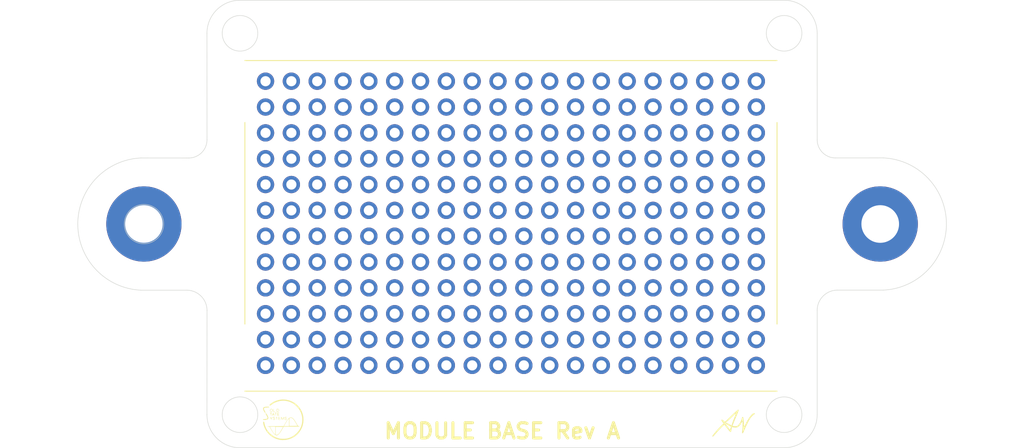
<source format=kicad_pcb>
(kicad_pcb (version 20241229) (generator "pcbnew") (generator_version "9.0")
  (layers (0 "F.Cu" signal) (2 "B.Cu" signal) (13 "F.Paste" user) (15 "B.Paste" user) (5 "F.SilkS" user "F.Silkscreen") (7 "B.SilkS" user "B.Silkscreen") (1 "F.Mask" user) (3 "B.Mask" user) (25 "Edge.Cuts" user))
  (net 0 "")
  (footprint "LOGO" (layer "F.Cu") (at 208 100.5)
    (property "Reference" "G***" (hide yes))
    (property "Value" "LOGO" (hide yes))
  )
  (footprint "MountingHole:MountingHole_3.7mm_Pad_TopBottom" (layer "F.Cu") (at 222.38 81.04)
    (property "Reference" "REF**" (hide yes))
    (property "Value" "MountingHole_3.7mm_Pad_TopBottom")
    (pad "1" thru_hole circle (at 0 0) (size 4.1 4.1) (drill 3.7) (layers "*.Cu" "*.Mask"))
    (pad "1" connect circle (at 0 0) (size 7.4 7.4) (layers "F.Cu" "F.Mask"))
    (pad "1" connect circle (at 0 0) (size 7.4 7.4) (layers "B.Cu" "B.Mask"))
  )
  (footprint "Library:PinHeader_2x20_P2.54mm_Vertical" (layer "F.Cu") (at 161.94 67)
    (property "Reference" "REF**" (hide yes))
    (property "Value" "PinHeader_2x20_P2.54mm_Vertical" (hide yes))
    (pad "1" thru_hole circle (at 0 27.94 90) (size 1.7 1.7) (drill 1) (layers "*.Cu" "*.Mask"))
    (pad "2" thru_hole circle (at 0 0 90) (size 1.7 1.7) (drill 1) (layers "*.Cu" "*.Mask"))
    (pad "2" thru_hole circle (at 0 2.54 90) (size 1.7 1.7) (drill 1) (layers "*.Cu" "*.Mask"))
    (pad "2" thru_hole circle (at 0 5.08 90) (size 1.7 1.7) (drill 1) (layers "*.Cu" "*.Mask"))
    (pad "2" thru_hole circle (at 0 7.62 90) (size 1.7 1.7) (drill 1) (layers "*.Cu" "*.Mask"))
    (pad "2" thru_hole circle (at 0 10.16 90) (size 1.7 1.7) (drill 1) (layers "*.Cu" "*.Mask"))
    (pad "2" thru_hole circle (at 0 12.7 90) (size 1.7 1.7) (drill 1) (layers "*.Cu" "*.Mask"))
    (pad "2" thru_hole circle (at 0 15.24 90) (size 1.7 1.7) (drill 1) (layers "*.Cu" "*.Mask"))
    (pad "2" thru_hole circle (at 0 17.78 90) (size 1.7 1.7) (drill 1) (layers "*.Cu" "*.Mask"))
    (pad "2" thru_hole circle (at 0 20.32 90) (size 1.7 1.7) (drill 1) (layers "*.Cu" "*.Mask"))
    (pad "2" thru_hole circle (at 0 22.86 90) (size 1.7 1.7) (drill 1) (layers "*.Cu" "*.Mask"))
    (pad "2" thru_hole circle (at 0 25.4 90) (size 1.7 1.7) (drill 1) (layers "*.Cu" "*.Mask"))
    (pad "3" thru_hole circle (at 2.54 27.94 90) (size 1.7 1.7) (drill 1) (layers "*.Cu" "*.Mask"))
    (pad "4" thru_hole circle (at 2.54 0 90) (size 1.7 1.7) (drill 1) (layers "*.Cu" "*.Mask"))
    (pad "4" thru_hole circle (at 2.54 2.54 90) (size 1.7 1.7) (drill 1) (layers "*.Cu" "*.Mask"))
    (pad "4" thru_hole circle (at 2.54 5.08 90) (size 1.7 1.7) (drill 1) (layers "*.Cu" "*.Mask"))
    (pad "4" thru_hole circle (at 2.54 7.62 90) (size 1.7 1.7) (drill 1) (layers "*.Cu" "*.Mask"))
    (pad "4" thru_hole circle (at 2.54 10.16 90) (size 1.7 1.7) (drill 1) (layers "*.Cu" "*.Mask"))
    (pad "4" thru_hole circle (at 2.54 12.7 90) (size 1.7 1.7) (drill 1) (layers "*.Cu" "*.Mask"))
    (pad "4" thru_hole circle (at 2.54 15.24 90) (size 1.7 1.7) (drill 1) (layers "*.Cu" "*.Mask"))
    (pad "4" thru_hole circle (at 2.54 17.78 90) (size 1.7 1.7) (drill 1) (layers "*.Cu" "*.Mask"))
    (pad "4" thru_hole circle (at 2.54 20.32 90) (size 1.7 1.7) (drill 1) (layers "*.Cu" "*.Mask"))
    (pad "4" thru_hole circle (at 2.54 22.86 90) (size 1.7 1.7) (drill 1) (layers "*.Cu" "*.Mask"))
    (pad "4" thru_hole circle (at 2.54 25.4 90) (size 1.7 1.7) (drill 1) (layers "*.Cu" "*.Mask"))
    (pad "5" thru_hole circle (at 5.08 27.94 90) (size 1.7 1.7) (drill 1) (layers "*.Cu" "*.Mask"))
    (pad "6" thru_hole circle (at 5.08 0 90) (size 1.7 1.7) (drill 1) (layers "*.Cu" "*.Mask"))
    (pad "6" thru_hole circle (at 5.08 2.54 90) (size 1.7 1.7) (drill 1) (layers "*.Cu" "*.Mask"))
    (pad "6" thru_hole circle (at 5.08 5.08 90) (size 1.7 1.7) (drill 1) (layers "*.Cu" "*.Mask"))
    (pad "6" thru_hole circle (at 5.08 7.62 90) (size 1.7 1.7) (drill 1) (layers "*.Cu" "*.Mask"))
    (pad "6" thru_hole circle (at 5.08 10.16 90) (size 1.7 1.7) (drill 1) (layers "*.Cu" "*.Mask"))
    (pad "6" thru_hole circle (at 5.08 12.7 90) (size 1.7 1.7) (drill 1) (layers "*.Cu" "*.Mask"))
    (pad "6" thru_hole circle (at 5.08 15.24 90) (size 1.7 1.7) (drill 1) (layers "*.Cu" "*.Mask"))
    (pad "6" thru_hole circle (at 5.08 17.78 90) (size 1.7 1.7) (drill 1) (layers "*.Cu" "*.Mask"))
    (pad "6" thru_hole circle (at 5.08 20.32 90) (size 1.7 1.7) (drill 1) (layers "*.Cu" "*.Mask"))
    (pad "6" thru_hole circle (at 5.08 22.86 90) (size 1.7 1.7) (drill 1) (layers "*.Cu" "*.Mask"))
    (pad "6" thru_hole circle (at 5.08 25.4 90) (size 1.7 1.7) (drill 1) (layers "*.Cu" "*.Mask"))
    (pad "7" thru_hole circle (at 7.62 27.94 90) (size 1.7 1.7) (drill 1) (layers "*.Cu" "*.Mask"))
    (pad "8" thru_hole circle (at 7.62 0 90) (size 1.7 1.7) (drill 1) (layers "*.Cu" "*.Mask"))
    (pad "8" thru_hole circle (at 7.62 2.54 90) (size 1.7 1.7) (drill 1) (layers "*.Cu" "*.Mask"))
    (pad "8" thru_hole circle (at 7.62 5.08 90) (size 1.7 1.7) (drill 1) (layers "*.Cu" "*.Mask"))
    (pad "8" thru_hole circle (at 7.62 7.62 90) (size 1.7 1.7) (drill 1) (layers "*.Cu" "*.Mask"))
    (pad "8" thru_hole circle (at 7.62 10.16 90) (size 1.7 1.7) (drill 1) (layers "*.Cu" "*.Mask"))
    (pad "8" thru_hole circle (at 7.62 12.7 90) (size 1.7 1.7) (drill 1) (layers "*.Cu" "*.Mask"))
    (pad "8" thru_hole circle (at 7.62 15.24 90) (size 1.7 1.7) (drill 1) (layers "*.Cu" "*.Mask"))
    (pad "8" thru_hole circle (at 7.62 17.78 90) (size 1.7 1.7) (drill 1) (layers "*.Cu" "*.Mask"))
    (pad "8" thru_hole circle (at 7.62 20.32 90) (size 1.7 1.7) (drill 1) (layers "*.Cu" "*.Mask"))
    (pad "8" thru_hole circle (at 7.62 22.86 90) (size 1.7 1.7) (drill 1) (layers "*.Cu" "*.Mask"))
    (pad "8" thru_hole circle (at 7.62 25.4 90) (size 1.7 1.7) (drill 1) (layers "*.Cu" "*.Mask"))
    (pad "9" thru_hole circle (at 10.16 27.94 90) (size 1.7 1.7) (drill 1) (layers "*.Cu" "*.Mask"))
    (pad "10" thru_hole circle (at 10.16 0 90) (size 1.7 1.7) (drill 1) (layers "*.Cu" "*.Mask"))
    (pad "10" thru_hole circle (at 10.16 2.54 90) (size 1.7 1.7) (drill 1) (layers "*.Cu" "*.Mask"))
    (pad "10" thru_hole circle (at 10.16 5.08 90) (size 1.7 1.7) (drill 1) (layers "*.Cu" "*.Mask"))
    (pad "10" thru_hole circle (at 10.16 7.62 90) (size 1.7 1.7) (drill 1) (layers "*.Cu" "*.Mask"))
    (pad "10" thru_hole circle (at 10.16 10.16 90) (size 1.7 1.7) (drill 1) (layers "*.Cu" "*.Mask"))
    (pad "10" thru_hole circle (at 10.16 12.7 90) (size 1.7 1.7) (drill 1) (layers "*.Cu" "*.Mask"))
    (pad "10" thru_hole circle (at 10.16 15.24 90) (size 1.7 1.7) (drill 1) (layers "*.Cu" "*.Mask"))
    (pad "10" thru_hole circle (at 10.16 17.78 90) (size 1.7 1.7) (drill 1) (layers "*.Cu" "*.Mask"))
    (pad "10" thru_hole circle (at 10.16 20.32 90) (size 1.7 1.7) (drill 1) (layers "*.Cu" "*.Mask"))
    (pad "10" thru_hole circle (at 10.16 22.86 90) (size 1.7 1.7) (drill 1) (layers "*.Cu" "*.Mask"))
    (pad "10" thru_hole circle (at 10.16 25.4 90) (size 1.7 1.7) (drill 1) (layers "*.Cu" "*.Mask"))
    (pad "11" thru_hole circle (at 12.7 27.94 90) (size 1.7 1.7) (drill 1) (layers "*.Cu" "*.Mask"))
    (pad "12" thru_hole circle (at 12.7 0 90) (size 1.7 1.7) (drill 1) (layers "*.Cu" "*.Mask"))
    (pad "12" thru_hole circle (at 12.7 2.54 90) (size 1.7 1.7) (drill 1) (layers "*.Cu" "*.Mask"))
    (pad "12" thru_hole circle (at 12.7 5.08 90) (size 1.7 1.7) (drill 1) (layers "*.Cu" "*.Mask"))
    (pad "12" thru_hole circle (at 12.7 7.62 90) (size 1.7 1.7) (drill 1) (layers "*.Cu" "*.Mask"))
    (pad "12" thru_hole circle (at 12.7 10.16 90) (size 1.7 1.7) (drill 1) (layers "*.Cu" "*.Mask"))
    (pad "12" thru_hole circle (at 12.7 12.7 90) (size 1.7 1.7) (drill 1) (layers "*.Cu" "*.Mask"))
    (pad "12" thru_hole circle (at 12.7 15.24 90) (size 1.7 1.7) (drill 1) (layers "*.Cu" "*.Mask"))
    (pad "12" thru_hole circle (at 12.7 17.78 90) (size 1.7 1.7) (drill 1) (layers "*.Cu" "*.Mask"))
    (pad "12" thru_hole circle (at 12.7 20.32 90) (size 1.7 1.7) (drill 1) (layers "*.Cu" "*.Mask"))
    (pad "12" thru_hole circle (at 12.7 22.86 90) (size 1.7 1.7) (drill 1) (layers "*.Cu" "*.Mask"))
    (pad "12" thru_hole circle (at 12.7 25.4 90) (size 1.7 1.7) (drill 1) (layers "*.Cu" "*.Mask"))
    (pad "13" thru_hole circle (at 15.24 27.94 90) (size 1.7 1.7) (drill 1) (layers "*.Cu" "*.Mask"))
    (pad "14" thru_hole circle (at 15.24 0 90) (size 1.7 1.7) (drill 1) (layers "*.Cu" "*.Mask"))
    (pad "14" thru_hole circle (at 15.24 2.54 90) (size 1.7 1.7) (drill 1) (layers "*.Cu" "*.Mask"))
    (pad "14" thru_hole circle (at 15.24 5.08 90) (size 1.7 1.7) (drill 1) (layers "*.Cu" "*.Mask"))
    (pad "14" thru_hole circle (at 15.24 7.62 90) (size 1.7 1.7) (drill 1) (layers "*.Cu" "*.Mask"))
    (pad "14" thru_hole circle (at 15.24 10.16 90) (size 1.7 1.7) (drill 1) (layers "*.Cu" "*.Mask"))
    (pad "14" thru_hole circle (at 15.24 12.7 90) (size 1.7 1.7) (drill 1) (layers "*.Cu" "*.Mask"))
    (pad "14" thru_hole circle (at 15.24 15.24 90) (size 1.7 1.7) (drill 1) (layers "*.Cu" "*.Mask"))
    (pad "14" thru_hole circle (at 15.24 17.78 90) (size 1.7 1.7) (drill 1) (layers "*.Cu" "*.Mask"))
    (pad "14" thru_hole circle (at 15.24 20.32 90) (size 1.7 1.7) (drill 1) (layers "*.Cu" "*.Mask"))
    (pad "14" thru_hole circle (at 15.24 22.86 90) (size 1.7 1.7) (drill 1) (layers "*.Cu" "*.Mask"))
    (pad "14" thru_hole circle (at 15.24 25.4 90) (size 1.7 1.7) (drill 1) (layers "*.Cu" "*.Mask"))
    (pad "15" thru_hole circle (at 17.78 27.94 90) (size 1.7 1.7) (drill 1) (layers "*.Cu" "*.Mask"))
    (pad "16" thru_hole circle (at 17.78 0 90) (size 1.7 1.7) (drill 1) (layers "*.Cu" "*.Mask"))
    (pad "16" thru_hole circle (at 17.78 2.54 90) (size 1.7 1.7) (drill 1) (layers "*.Cu" "*.Mask"))
    (pad "16" thru_hole circle (at 17.78 5.08 90) (size 1.7 1.7) (drill 1) (layers "*.Cu" "*.Mask"))
    (pad "16" thru_hole circle (at 17.78 7.62 90) (size 1.7 1.7) (drill 1) (layers "*.Cu" "*.Mask"))
    (pad "16" thru_hole circle (at 17.78 10.16 90) (size 1.7 1.7) (drill 1) (layers "*.Cu" "*.Mask"))
    (pad "16" thru_hole circle (at 17.78 12.7 90) (size 1.7 1.7) (drill 1) (layers "*.Cu" "*.Mask"))
    (pad "16" thru_hole circle (at 17.78 15.24 90) (size 1.7 1.7) (drill 1) (layers "*.Cu" "*.Mask"))
    (pad "16" thru_hole circle (at 17.78 17.78 90) (size 1.7 1.7) (drill 1) (layers "*.Cu" "*.Mask"))
    (pad "16" thru_hole circle (at 17.78 20.32 90) (size 1.7 1.7) (drill 1) (layers "*.Cu" "*.Mask"))
    (pad "16" thru_hole circle (at 17.78 22.86 90) (size 1.7 1.7) (drill 1) (layers "*.Cu" "*.Mask"))
    (pad "16" thru_hole circle (at 17.78 25.4 90) (size 1.7 1.7) (drill 1) (layers "*.Cu" "*.Mask"))
    (pad "17" thru_hole circle (at 20.32 27.94 90) (size 1.7 1.7) (drill 1) (layers "*.Cu" "*.Mask"))
    (pad "18" thru_hole circle (at 20.32 0 90) (size 1.7 1.7) (drill 1) (layers "*.Cu" "*.Mask"))
    (pad "18" thru_hole circle (at 20.32 2.54 90) (size 1.7 1.7) (drill 1) (layers "*.Cu" "*.Mask"))
    (pad "18" thru_hole circle (at 20.32 5.08 90) (size 1.7 1.7) (drill 1) (layers "*.Cu" "*.Mask"))
    (pad "18" thru_hole circle (at 20.32 7.62 90) (size 1.7 1.7) (drill 1) (layers "*.Cu" "*.Mask"))
    (pad "18" thru_hole circle (at 20.32 10.16 90) (size 1.7 1.7) (drill 1) (layers "*.Cu" "*.Mask"))
    (pad "18" thru_hole circle (at 20.32 12.7 90) (size 1.7 1.7) (drill 1) (layers "*.Cu" "*.Mask"))
    (pad "18" thru_hole circle (at 20.32 15.24 90) (size 1.7 1.7) (drill 1) (layers "*.Cu" "*.Mask"))
    (pad "18" thru_hole circle (at 20.32 17.78 90) (size 1.7 1.7) (drill 1) (layers "*.Cu" "*.Mask"))
    (pad "18" thru_hole circle (at 20.32 20.32 90) (size 1.7 1.7) (drill 1) (layers "*.Cu" "*.Mask"))
    (pad "18" thru_hole circle (at 20.32 22.86 90) (size 1.7 1.7) (drill 1) (layers "*.Cu" "*.Mask"))
    (pad "18" thru_hole circle (at 20.32 25.4 90) (size 1.7 1.7) (drill 1) (layers "*.Cu" "*.Mask"))
    (pad "19" thru_hole circle (at 22.86 27.94 90) (size 1.7 1.7) (drill 1) (layers "*.Cu" "*.Mask"))
    (pad "20" thru_hole circle (at 22.86 0 90) (size 1.7 1.7) (drill 1) (layers "*.Cu" "*.Mask"))
    (pad "20" thru_hole circle (at 22.86 2.54 90) (size 1.7 1.7) (drill 1) (layers "*.Cu" "*.Mask"))
    (pad "20" thru_hole circle (at 22.86 5.08 90) (size 1.7 1.7) (drill 1) (layers "*.Cu" "*.Mask"))
    (pad "20" thru_hole circle (at 22.86 7.62 90) (size 1.7 1.7) (drill 1) (layers "*.Cu" "*.Mask"))
    (pad "20" thru_hole circle (at 22.86 10.16 90) (size 1.7 1.7) (drill 1) (layers "*.Cu" "*.Mask"))
    (pad "20" thru_hole circle (at 22.86 12.7 90) (size 1.7 1.7) (drill 1) (layers "*.Cu" "*.Mask"))
    (pad "20" thru_hole circle (at 22.86 15.24 90) (size 1.7 1.7) (drill 1) (layers "*.Cu" "*.Mask"))
    (pad "20" thru_hole circle (at 22.86 17.78 90) (size 1.7 1.7) (drill 1) (layers "*.Cu" "*.Mask"))
    (pad "20" thru_hole circle (at 22.86 20.32 90) (size 1.7 1.7) (drill 1) (layers "*.Cu" "*.Mask"))
    (pad "20" thru_hole circle (at 22.86 22.86 90) (size 1.7 1.7) (drill 1) (layers "*.Cu" "*.Mask"))
    (pad "20" thru_hole circle (at 22.86 25.4 90) (size 1.7 1.7) (drill 1) (layers "*.Cu" "*.Mask"))
    (pad "21" thru_hole circle (at 25.4 27.94 90) (size 1.7 1.7) (drill 1) (layers "*.Cu" "*.Mask"))
    (pad "22" thru_hole circle (at 25.4 0 90) (size 1.7 1.7) (drill 1) (layers "*.Cu" "*.Mask"))
    (pad "22" thru_hole circle (at 25.4 2.54 90) (size 1.7 1.7) (drill 1) (layers "*.Cu" "*.Mask"))
    (pad "22" thru_hole circle (at 25.4 5.08 90) (size 1.7 1.7) (drill 1) (layers "*.Cu" "*.Mask"))
    (pad "22" thru_hole circle (at 25.4 7.62 90) (size 1.7 1.7) (drill 1) (layers "*.Cu" "*.Mask"))
    (pad "22" thru_hole circle (at 25.4 10.16 90) (size 1.7 1.7) (drill 1) (layers "*.Cu" "*.Mask"))
    (pad "22" thru_hole circle (at 25.4 12.7 90) (size 1.7 1.7) (drill 1) (layers "*.Cu" "*.Mask"))
    (pad "22" thru_hole circle (at 25.4 15.24 90) (size 1.7 1.7) (drill 1) (layers "*.Cu" "*.Mask"))
    (pad "22" thru_hole circle (at 25.4 17.78 90) (size 1.7 1.7) (drill 1) (layers "*.Cu" "*.Mask"))
    (pad "22" thru_hole circle (at 25.4 20.32 90) (size 1.7 1.7) (drill 1) (layers "*.Cu" "*.Mask"))
    (pad "22" thru_hole circle (at 25.4 22.86 90) (size 1.7 1.7) (drill 1) (layers "*.Cu" "*.Mask"))
    (pad "22" thru_hole circle (at 25.4 25.4 90) (size 1.7 1.7) (drill 1) (layers "*.Cu" "*.Mask"))
    (pad "23" thru_hole circle (at 27.94 27.94 90) (size 1.7 1.7) (drill 1) (layers "*.Cu" "*.Mask"))
    (pad "24" thru_hole circle (at 27.94 0 90) (size 1.7 1.7) (drill 1) (layers "*.Cu" "*.Mask"))
    (pad "24" thru_hole circle (at 27.94 2.54 90) (size 1.7 1.7) (drill 1) (layers "*.Cu" "*.Mask"))
    (pad "24" thru_hole circle (at 27.94 5.08 90) (size 1.7 1.7) (drill 1) (layers "*.Cu" "*.Mask"))
    (pad "24" thru_hole circle (at 27.94 7.62 90) (size 1.7 1.7) (drill 1) (layers "*.Cu" "*.Mask"))
    (pad "24" thru_hole circle (at 27.94 10.16 90) (size 1.7 1.7) (drill 1) (layers "*.Cu" "*.Mask"))
    (pad "24" thru_hole circle (at 27.94 12.7 90) (size 1.7 1.7) (drill 1) (layers "*.Cu" "*.Mask"))
    (pad "24" thru_hole circle (at 27.94 15.24 90) (size 1.7 1.7) (drill 1) (layers "*.Cu" "*.Mask"))
    (pad "24" thru_hole circle (at 27.94 17.78 90) (size 1.7 1.7) (drill 1) (layers "*.Cu" "*.Mask"))
    (pad "24" thru_hole circle (at 27.94 20.32 90) (size 1.7 1.7) (drill 1) (layers "*.Cu" "*.Mask"))
    (pad "24" thru_hole circle (at 27.94 22.86 90) (size 1.7 1.7) (drill 1) (layers "*.Cu" "*.Mask"))
    (pad "24" thru_hole circle (at 27.94 25.4 90) (size 1.7 1.7) (drill 1) (layers "*.Cu" "*.Mask"))
    (pad "25" thru_hole circle (at 30.48 27.94 90) (size 1.7 1.7) (drill 1) (layers "*.Cu" "*.Mask"))
    (pad "26" thru_hole circle (at 30.48 0 90) (size 1.7 1.7) (drill 1) (layers "*.Cu" "*.Mask"))
    (pad "26" thru_hole circle (at 30.48 2.54 90) (size 1.7 1.7) (drill 1) (layers "*.Cu" "*.Mask"))
    (pad "26" thru_hole circle (at 30.48 5.08 90) (size 1.7 1.7) (drill 1) (layers "*.Cu" "*.Mask"))
    (pad "26" thru_hole circle (at 30.48 7.62 90) (size 1.7 1.7) (drill 1) (layers "*.Cu" "*.Mask"))
    (pad "26" thru_hole circle (at 30.48 10.16 90) (size 1.7 1.7) (drill 1) (layers "*.Cu" "*.Mask"))
    (pad "26" thru_hole circle (at 30.48 12.7 90) (size 1.7 1.7) (drill 1) (layers "*.Cu" "*.Mask"))
    (pad "26" thru_hole circle (at 30.48 15.24 90) (size 1.7 1.7) (drill 1) (layers "*.Cu" "*.Mask"))
    (pad "26" thru_hole circle (at 30.48 17.78 90) (size 1.7 1.7) (drill 1) (layers "*.Cu" "*.Mask"))
    (pad "26" thru_hole circle (at 30.48 20.32 90) (size 1.7 1.7) (drill 1) (layers "*.Cu" "*.Mask"))
    (pad "26" thru_hole circle (at 30.48 22.86 90) (size 1.7 1.7) (drill 1) (layers "*.Cu" "*.Mask"))
    (pad "26" thru_hole circle (at 30.48 25.4 90) (size 1.7 1.7) (drill 1) (layers "*.Cu" "*.Mask"))
    (pad "27" thru_hole circle (at 33.02 27.94 90) (size 1.7 1.7) (drill 1) (layers "*.Cu" "*.Mask"))
    (pad "28" thru_hole circle (at 33.02 0 90) (size 1.7 1.7) (drill 1) (layers "*.Cu" "*.Mask"))
    (pad "28" thru_hole circle (at 33.02 2.54 90) (size 1.7 1.7) (drill 1) (layers "*.Cu" "*.Mask"))
    (pad "28" thru_hole circle (at 33.02 5.08 90) (size 1.7 1.7) (drill 1) (layers "*.Cu" "*.Mask"))
    (pad "28" thru_hole circle (at 33.02 7.62 90) (size 1.7 1.7) (drill 1) (layers "*.Cu" "*.Mask"))
    (pad "28" thru_hole circle (at 33.02 10.16 90) (size 1.7 1.7) (drill 1) (layers "*.Cu" "*.Mask"))
    (pad "28" thru_hole circle (at 33.02 12.7 90) (size 1.7 1.7) (drill 1) (layers "*.Cu" "*.Mask"))
    (pad "28" thru_hole circle (at 33.02 15.24 90) (size 1.7 1.7) (drill 1) (layers "*.Cu" "*.Mask"))
    (pad "28" thru_hole circle (at 33.02 17.78 90) (size 1.7 1.7) (drill 1) (layers "*.Cu" "*.Mask"))
    (pad "28" thru_hole circle (at 33.02 20.32 90) (size 1.7 1.7) (drill 1) (layers "*.Cu" "*.Mask"))
    (pad "28" thru_hole circle (at 33.02 22.86 90) (size 1.7 1.7) (drill 1) (layers "*.Cu" "*.Mask"))
    (pad "28" thru_hole circle (at 33.02 25.4 90) (size 1.7 1.7) (drill 1) (layers "*.Cu" "*.Mask"))
    (pad "29" thru_hole circle (at 35.56 27.94 90) (size 1.7 1.7) (drill 1) (layers "*.Cu" "*.Mask"))
    (pad "30" thru_hole circle (at 35.56 0 90) (size 1.7 1.7) (drill 1) (layers "*.Cu" "*.Mask"))
    (pad "30" thru_hole circle (at 35.56 2.54 90) (size 1.7 1.7) (drill 1) (layers "*.Cu" "*.Mask"))
    (pad "30" thru_hole circle (at 35.56 5.08 90) (size 1.7 1.7) (drill 1) (layers "*.Cu" "*.Mask"))
    (pad "30" thru_hole circle (at 35.56 7.62 90) (size 1.7 1.7) (drill 1) (layers "*.Cu" "*.Mask"))
    (pad "30" thru_hole circle (at 35.56 10.16 90) (size 1.7 1.7) (drill 1) (layers "*.Cu" "*.Mask"))
    (pad "30" thru_hole circle (at 35.56 12.7 90) (size 1.7 1.7) (drill 1) (layers "*.Cu" "*.Mask"))
    (pad "30" thru_hole circle (at 35.56 15.24 90) (size 1.7 1.7) (drill 1) (layers "*.Cu" "*.Mask"))
    (pad "30" thru_hole circle (at 35.56 17.78 90) (size 1.7 1.7) (drill 1) (layers "*.Cu" "*.Mask"))
    (pad "30" thru_hole circle (at 35.56 20.32 90) (size 1.7 1.7) (drill 1) (layers "*.Cu" "*.Mask"))
    (pad "30" thru_hole circle (at 35.56 22.86 90) (size 1.7 1.7) (drill 1) (layers "*.Cu" "*.Mask"))
    (pad "30" thru_hole circle (at 35.56 25.4 90) (size 1.7 1.7) (drill 1) (layers "*.Cu" "*.Mask"))
    (pad "31" thru_hole circle (at 38.1 27.94 90) (size 1.7 1.7) (drill 1) (layers "*.Cu" "*.Mask"))
    (pad "32" thru_hole circle (at 38.1 0 90) (size 1.7 1.7) (drill 1) (layers "*.Cu" "*.Mask"))
    (pad "32" thru_hole circle (at 38.1 2.54 90) (size 1.7 1.7) (drill 1) (layers "*.Cu" "*.Mask"))
    (pad "32" thru_hole circle (at 38.1 5.08 90) (size 1.7 1.7) (drill 1) (layers "*.Cu" "*.Mask"))
    (pad "32" thru_hole circle (at 38.1 7.62 90) (size 1.7 1.7) (drill 1) (layers "*.Cu" "*.Mask"))
    (pad "32" thru_hole circle (at 38.1 10.16 90) (size 1.7 1.7) (drill 1) (layers "*.Cu" "*.Mask"))
    (pad "32" thru_hole circle (at 38.1 12.7 90) (size 1.7 1.7) (drill 1) (layers "*.Cu" "*.Mask"))
    (pad "32" thru_hole circle (at 38.1 15.24 90) (size 1.7 1.7) (drill 1) (layers "*.Cu" "*.Mask"))
    (pad "32" thru_hole circle (at 38.1 17.78 90) (size 1.7 1.7) (drill 1) (layers "*.Cu" "*.Mask"))
    (pad "32" thru_hole circle (at 38.1 20.32 90) (size 1.7 1.7) (drill 1) (layers "*.Cu" "*.Mask"))
    (pad "32" thru_hole circle (at 38.1 22.86 90) (size 1.7 1.7) (drill 1) (layers "*.Cu" "*.Mask"))
    (pad "32" thru_hole circle (at 38.1 25.4 90) (size 1.7 1.7) (drill 1) (layers "*.Cu" "*.Mask"))
    (pad "33" thru_hole circle (at 40.64 27.94 90) (size 1.7 1.7) (drill 1) (layers "*.Cu" "*.Mask"))
    (pad "34" thru_hole circle (at 40.64 0 90) (size 1.7 1.7) (drill 1) (layers "*.Cu" "*.Mask"))
    (pad "34" thru_hole circle (at 40.64 2.54 90) (size 1.7 1.7) (drill 1) (layers "*.Cu" "*.Mask"))
    (pad "34" thru_hole circle (at 40.64 5.08 90) (size 1.7 1.7) (drill 1) (layers "*.Cu" "*.Mask"))
    (pad "34" thru_hole circle (at 40.64 7.62 90) (size 1.7 1.7) (drill 1) (layers "*.Cu" "*.Mask"))
    (pad "34" thru_hole circle (at 40.64 10.16 90) (size 1.7 1.7) (drill 1) (layers "*.Cu" "*.Mask"))
    (pad "34" thru_hole circle (at 40.64 12.7 90) (size 1.7 1.7) (drill 1) (layers "*.Cu" "*.Mask"))
    (pad "34" thru_hole circle (at 40.64 15.24 90) (size 1.7 1.7) (drill 1) (layers "*.Cu" "*.Mask"))
    (pad "34" thru_hole circle (at 40.64 17.78 90) (size 1.7 1.7) (drill 1) (layers "*.Cu" "*.Mask"))
    (pad "34" thru_hole circle (at 40.64 20.32 90) (size 1.7 1.7) (drill 1) (layers "*.Cu" "*.Mask"))
    (pad "34" thru_hole circle (at 40.64 22.86 90) (size 1.7 1.7) (drill 1) (layers "*.Cu" "*.Mask"))
    (pad "34" thru_hole circle (at 40.64 25.4 90) (size 1.7 1.7) (drill 1) (layers "*.Cu" "*.Mask"))
    (pad "35" thru_hole circle (at 43.18 27.94 90) (size 1.7 1.7) (drill 1) (layers "*.Cu" "*.Mask"))
    (pad "36" thru_hole circle (at 43.18 0 90) (size 1.7 1.7) (drill 1) (layers "*.Cu" "*.Mask"))
    (pad "36" thru_hole circle (at 43.18 2.54 90) (size 1.7 1.7) (drill 1) (layers "*.Cu" "*.Mask"))
    (pad "36" thru_hole circle (at 43.18 5.08 90) (size 1.7 1.7) (drill 1) (layers "*.Cu" "*.Mask"))
    (pad "36" thru_hole circle (at 43.18 7.62 90) (size 1.7 1.7) (drill 1) (layers "*.Cu" "*.Mask"))
    (pad "36" thru_hole circle (at 43.18 10.16 90) (size 1.7 1.7) (drill 1) (layers "*.Cu" "*.Mask"))
    (pad "36" thru_hole circle (at 43.18 12.7 90) (size 1.7 1.7) (drill 1) (layers "*.Cu" "*.Mask"))
    (pad "36" thru_hole circle (at 43.18 15.24 90) (size 1.7 1.7) (drill 1) (layers "*.Cu" "*.Mask"))
    (pad "36" thru_hole circle (at 43.18 17.78 90) (size 1.7 1.7) (drill 1) (layers "*.Cu" "*.Mask"))
    (pad "36" thru_hole circle (at 43.18 20.32 90) (size 1.7 1.7) (drill 1) (layers "*.Cu" "*.Mask"))
    (pad "36" thru_hole circle (at 43.18 22.86 90) (size 1.7 1.7) (drill 1) (layers "*.Cu" "*.Mask"))
    (pad "36" thru_hole circle (at 43.18 25.4 90) (size 1.7 1.7) (drill 1) (layers "*.Cu" "*.Mask"))
    (pad "37" thru_hole circle (at 45.72 27.94 90) (size 1.7 1.7) (drill 1) (layers "*.Cu" "*.Mask"))
    (pad "38" thru_hole circle (at 45.72 0 90) (size 1.7 1.7) (drill 1) (layers "*.Cu" "*.Mask"))
    (pad "38" thru_hole circle (at 45.72 2.54 90) (size 1.7 1.7) (drill 1) (layers "*.Cu" "*.Mask"))
    (pad "38" thru_hole circle (at 45.72 5.08 90) (size 1.7 1.7) (drill 1) (layers "*.Cu" "*.Mask"))
    (pad "38" thru_hole circle (at 45.72 7.62 90) (size 1.7 1.7) (drill 1) (layers "*.Cu" "*.Mask"))
    (pad "38" thru_hole circle (at 45.72 10.16 90) (size 1.7 1.7) (drill 1) (layers "*.Cu" "*.Mask"))
    (pad "38" thru_hole circle (at 45.72 12.7 90) (size 1.7 1.7) (drill 1) (layers "*.Cu" "*.Mask"))
    (pad "38" thru_hole circle (at 45.72 15.24 90) (size 1.7 1.7) (drill 1) (layers "*.Cu" "*.Mask"))
    (pad "38" thru_hole circle (at 45.72 17.78 90) (size 1.7 1.7) (drill 1) (layers "*.Cu" "*.Mask"))
    (pad "38" thru_hole circle (at 45.72 20.32 90) (size 1.7 1.7) (drill 1) (layers "*.Cu" "*.Mask"))
    (pad "38" thru_hole circle (at 45.72 22.86 90) (size 1.7 1.7) (drill 1) (layers "*.Cu" "*.Mask"))
    (pad "38" thru_hole circle (at 45.72 25.4 90) (size 1.7 1.7) (drill 1) (layers "*.Cu" "*.Mask"))
    (pad "39" thru_hole circle (at 48.26 27.94 90) (size 1.7 1.7) (drill 1) (layers "*.Cu" "*.Mask"))
    (pad "40" thru_hole circle (at 48.26 0 90) (size 1.7 1.7) (drill 1) (layers "*.Cu" "*.Mask"))
    (pad "40" thru_hole circle (at 48.26 2.54 90) (size 1.7 1.7) (drill 1) (layers "*.Cu" "*.Mask"))
    (pad "40" thru_hole circle (at 48.26 5.08 90) (size 1.7 1.7) (drill 1) (layers "*.Cu" "*.Mask"))
    (pad "40" thru_hole circle (at 48.26 7.62 90) (size 1.7 1.7) (drill 1) (layers "*.Cu" "*.Mask"))
    (pad "40" thru_hole circle (at 48.26 10.16 90) (size 1.7 1.7) (drill 1) (layers "*.Cu" "*.Mask"))
    (pad "40" thru_hole circle (at 48.26 12.7 90) (size 1.7 1.7) (drill 1) (layers "*.Cu" "*.Mask"))
    (pad "40" thru_hole circle (at 48.26 15.24 90) (size 1.7 1.7) (drill 1) (layers "*.Cu" "*.Mask"))
    (pad "40" thru_hole circle (at 48.26 17.78 90) (size 1.7 1.7) (drill 1) (layers "*.Cu" "*.Mask"))
    (pad "40" thru_hole circle (at 48.26 20.32 90) (size 1.7 1.7) (drill 1) (layers "*.Cu" "*.Mask"))
    (pad "40" thru_hole circle (at 48.26 22.86 90) (size 1.7 1.7) (drill 1) (layers "*.Cu" "*.Mask"))
    (pad "40" thru_hole circle (at 48.26 25.4 90) (size 1.7 1.7) (drill 1) (layers "*.Cu" "*.Mask"))
  )
  (footprint "LOGO" (layer "F.Cu") (at 163.68 100.29)
    (property "Reference" "G***" (hide yes))
    (property "Value" "LOGO" (hide yes))
  )
  (footprint "MountingHole:MountingHole_3.7mm_Pad_TopBottom" (layer "F.Cu") (at 149.98 81.04)
    (property "Reference" "REF**" (hide yes))
    (property "Value" "MountingHole_3.7mm_Pad_TopBottom")
    (pad "1" thru_hole circle (at 0 0) (size 4.1 4.1) (drill 3.7) (layers "*.Cu" "*.Mask"))
    (pad "1" connect circle (at 0 0) (size 7.4 7.4) (layers "F.Cu" "F.Mask"))
    (pad "1" connect circle (at 0 0) (size 7.4 7.4) (layers "B.Cu" "B.Mask"))
  )
  (gr_arc (start 156.18 62.29) (mid 157.131903 59.991903) (end 159.43 59.04) (stroke (width 0.05)) (layer "Edge.Cuts"))
  (gr_arc (start 154.187492 87.547122) (mid 155.601635 88.132946) (end 156.187382 89.547121) (stroke (width 0.05)) (layer "Edge.Cuts"))
  (gr_arc (start 159.43 103.04) (mid 157.131903 102.088097) (end 156.18 99.79) (stroke (width 0.05)) (layer "Edge.Cuts"))
  (gr_circle (center 149.98 81.04) (end 151.78 81.04) (stroke (width 0.05)) (fill no) (layer "Edge.Cuts"))
  (gr_arc (start 222.680022 74.539533) (mid 228.887383 81.032879) (end 222.694248 87.539795) (stroke (width 0.05)) (layer "Edge.Cuts"))
  (gr_circle (center 212.93 99.79) (end 214.68 99.79) (stroke (width 0.05)) (fill no) (layer "Edge.Cuts"))
  (gr_line (start 212.93 103.04) (end 159.43 103.04) (stroke (width 0.05)) (layer "Edge.Cuts"))
  (gr_arc (start 156.185831 72.750617) (mid 155.664356 74.01765) (end 154.402082 74.550543) (stroke (width 0.05)) (layer "Edge.Cuts"))
  (gr_circle (center 149.987383 81.047121) (end 151.921702 81.04) (stroke (width 0.05)) (fill no) (layer "Edge.Cuts"))
  (gr_line (start 216.181551 72.743496) (end 216.18 62.29) (stroke (width 0.05)) (layer "Edge.Cuts"))
  (gr_line (start 149.673135 87.546914) (end 154.187492 87.547122) (stroke (width 0.05)) (layer "Edge.Cuts"))
  (gr_line (start 149.687383 74.547121) (end 154.402082 74.550559) (stroke (width 0.05)) (layer "Edge.Cuts"))
  (gr_line (start 156.180176 99.79) (end 156.187383 89.5471) (stroke (width 0.05)) (layer "Edge.Cuts"))
  (gr_arc (start 217.981551 74.543496) (mid 216.708759 74.016288) (end 216.181551 72.743496) (stroke (width 0.05)) (layer "Edge.Cuts"))
  (gr_arc (start 216.18 89.54) (mid 216.765786 88.125786) (end 218.18 87.54) (stroke (width 0.05)) (layer "Edge.Cuts"))
  (gr_line (start 216.18 89.54) (end 216.18 99.79) (stroke (width 0.05)) (layer "Edge.Cuts"))
  (gr_line (start 222.68 74.54) (end 217.9816 74.543496) (stroke (width 0.05)) (layer "Edge.Cuts"))
  (gr_circle (center 159.43 62.29) (end 161.18 62.29) (stroke (width 0.05)) (fill no) (layer "Edge.Cuts"))
  (gr_line (start 222.694248 87.539793) (end 218.18 87.54) (stroke (width 0.05)) (layer "Edge.Cuts"))
  (gr_arc (start 149.673135 87.546916) (mid 143.48 81.04) (end 149.687361 74.546654) (stroke (width 0.05)) (layer "Edge.Cuts"))
  (gr_circle (center 212.93 62.29) (end 214.68 62.29) (stroke (width 0.05)) (fill no) (layer "Edge.Cuts"))
  (gr_line (start 156.185832 72.7506) (end 156.18 62.29) (stroke (width 0.05)) (layer "Edge.Cuts"))
  (gr_arc (start 212.93 59.04) (mid 215.228097 59.991903) (end 216.18 62.29) (stroke (width 0.05)) (layer "Edge.Cuts"))
  (gr_arc (start 216.18 99.79) (mid 215.228097 102.088097) (end 212.93 103.04) (stroke (width 0.05)) (layer "Edge.Cuts"))
  (gr_line (start 212.93 59.04) (end 159.43 59.04) (stroke (width 0.05)) (layer "Edge.Cuts"))
  (gr_circle (center 159.43 99.79) (end 161.18 99.79) (stroke (width 0.05)) (fill no) (layer "Edge.Cuts"))
  (gr_circle (center 222.38 81.04) (end 224.18 81.04) (stroke (width 0.05)) (fill no) (layer "Edge.Cuts"))
  (gr_text "MODULE BASE Rev A" (at 173.452 102.278 0) (layer "F.SilkS") (effects (font (size 1.5 1.5) (thickness 0.3) (bold yes)) (justify left bottom)))
)
</source>
